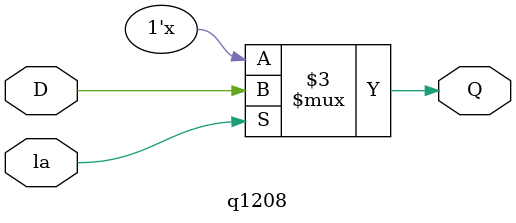
<source format=v>
module q1208(D,la,Q);
input D,la;
output Q;
reg Q;

always @(*) begin
    if (la) Q = D;
    else Q = Q;
end
endmodule
</source>
